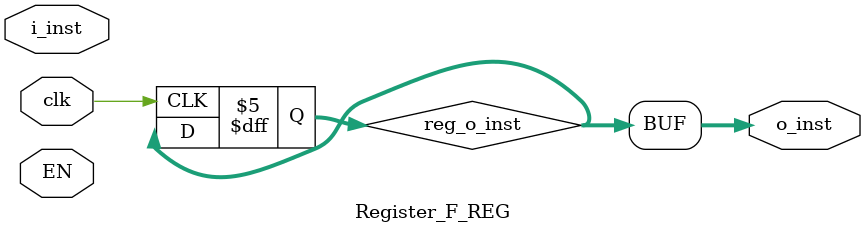
<source format=v>
module Register_F_REG(	input EN, 

			input [15:0] i_inst,
			input clk,	
			
			output [15:0] o_inst
			);

reg [15:0] reg_o_inst;

always@(posedge clk) begin 
	if(!EN)begin
		reg_o_inst = o_inst;
	end
end

assign o_inst = reg_o_inst;


endmodule 
</source>
